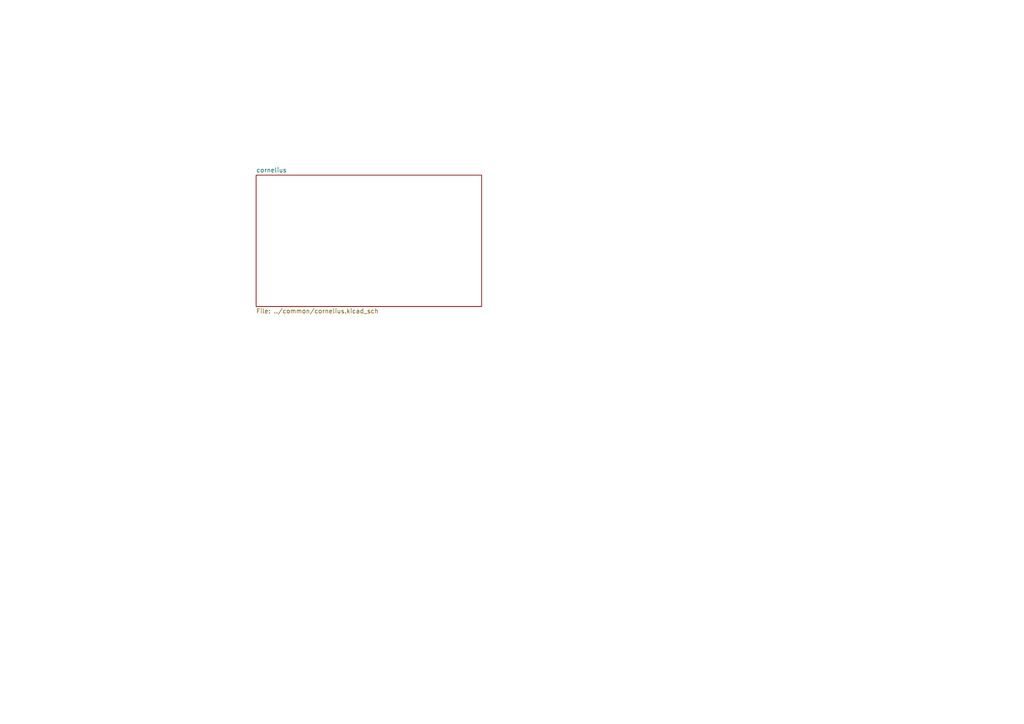
<source format=kicad_sch>
(kicad_sch (version 20230121) (generator eeschema)
  (paper "A4")
  (lib_symbols)
  (sheet (at 74.295 50.8) (size 65.405 38.1) (stroke (width 0.1524))
    (property "Sheetname" "cornelius" (at 74.295 50.0884 0) (effects (justify left bottom)))
    (property "Sheetfile" "../common/cornelius.kicad_sch" (at 74.295 89.4846 0) (effects (justify left top)))
  )
)
</source>
